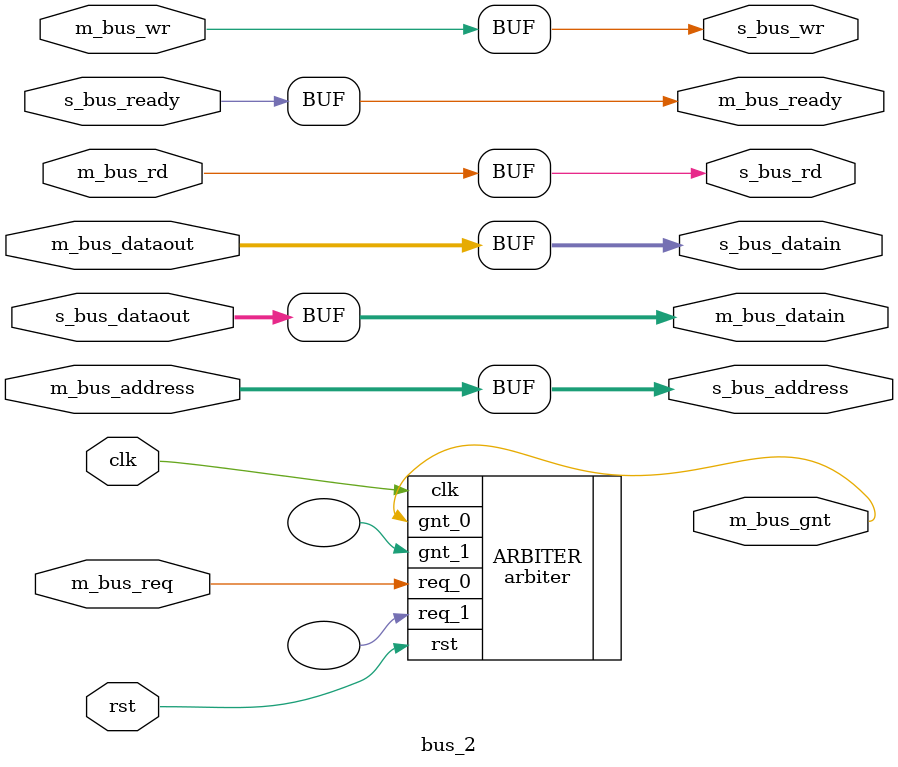
<source format=v>
/******************************************************************************/
//	Filename:		bus_2.v
//	Project:		SAYAC : Simple Architecture Yet Ample Circuitry
//  Version:		2.000
//	History:		-
//	Date:			13 June 2022
//	Authors:	 	Alireza
//	Last Author: 	Alireza
//  Copyright (C) 2022 University of Teheran
//  This source file may be used and distributed without
//  restriction provided that this copyright statement is not
//  removed from the file and that any derivative work contains
//  the original copyright notice and the associated disclaimer.
//

/******************************************************************************/
//	File content description:
//	A very simple bus
//	- shared bus
//	bus_2 vs bus_v1: BUS_ADR_WIDTH = CPU_ADR_WIDTH - log2(BUS_DATA_WIDTH/CPU_DATA_WIDTH) := 14 (instead of 16)
/******************************************************************************/

module bus_2( rst, clk,
			  m_bus_address, m_bus_datain, m_bus_dataout, m_bus_rd, m_bus_wr, m_bus_ready, m_bus_req, m_bus_gnt,
			  s_bus_address, s_bus_datain, s_bus_dataout, s_bus_rd, s_bus_wr, s_bus_ready );
	
	parameter BUS_DATA_WIDTH = 64;								// bus data
	parameter BUS_ADR_WIDTH = 14;								// bus address
	
	input rst, clk;								
	
	// Master interface
	input  [BUS_ADR_WIDTH-1:0] m_bus_address;					// master -> bus	- maaster address
	output [BUS_DATA_WIDTH-1:0] m_bus_datain;					// master <- bus	- master datain
	input  [BUS_DATA_WIDTH-1:0] m_bus_dataout;					// master -> bus	- master dataout
	input  m_bus_rd;											// master -> bus
	input  m_bus_wr;											// master -> bus
	output m_bus_ready;											// master <- bus
	input  m_bus_req;											// master -> bus
	output m_bus_gnt;											// master -> bus
	
	// Slave Bus interface
	output [BUS_ADR_WIDTH-1:0] s_bus_address;					// bus -> slave	- slave address
	output [BUS_DATA_WIDTH-1:0] s_bus_datain;					// bus -> slave	- slave datain
	input  [BUS_DATA_WIDTH-1:0] s_bus_dataout;					// bus <- slave	- slave dataout
	output s_bus_rd;											// bus -> slave
	output s_bus_wr;											// bus -> slave
	input  s_bus_ready;											// bus <- slave
	
	// main ------------------------------------------------------------------------------------------
	
	assign s_bus_address = m_bus_address;
	assign s_bus_datain = m_bus_dataout;
	assign m_bus_datain = s_bus_dataout;
	assign s_bus_rd = m_bus_rd;
	assign s_bus_wr = m_bus_wr;
	assign m_bus_ready = s_bus_ready;
	
	// arbiter
	arbiter ARBITER(.rst(rst),
					.clk(clk),
					.req_0(m_bus_req),
					.gnt_0(m_bus_gnt),
					.req_1(),
					.gnt_1() );
	
	
endmodule 
</source>
